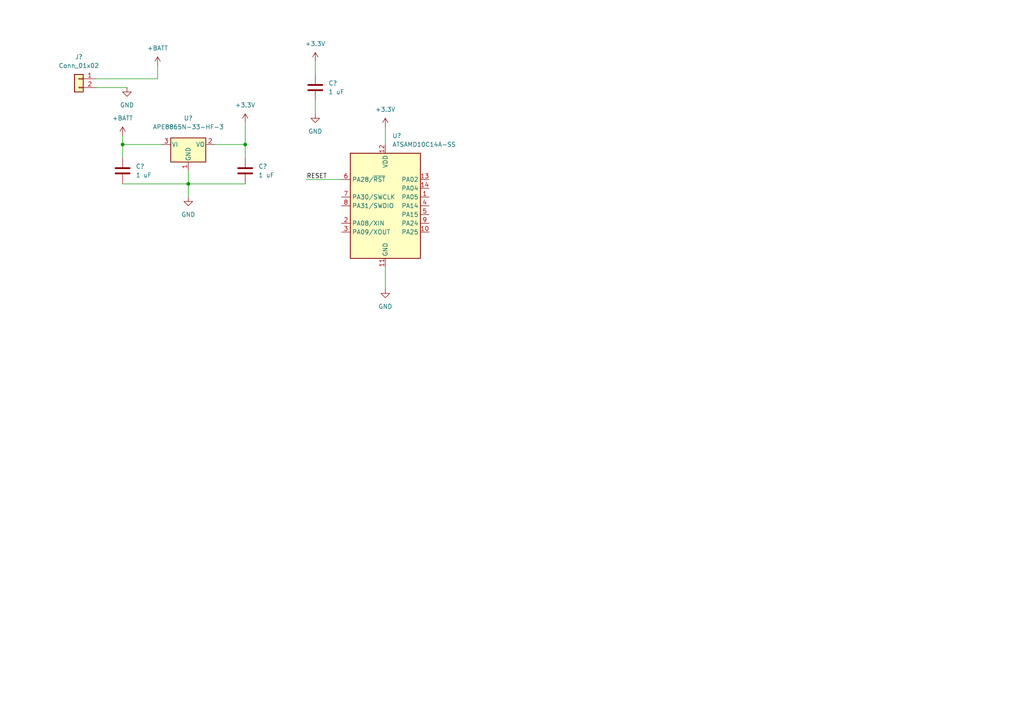
<source format=kicad_sch>
(kicad_sch (version 20211123) (generator eeschema)
  (paper "A4")
  (lib_symbols
    (symbol "Connector_Generic:Conn_01x02" (pin_names (offset 1.016) hide)
      (property "Reference" "J" (at 0 2.54 0))
      (property "Value" "Conn_01x02" (at 0 -5.08 0))
      (symbol "Conn_01x02_1_1"
        (rectangle (start -1.27 -2.413) (end 0 -2.667) (stroke (width 0.1524)))
        (rectangle (start -1.27 0.127) (end 0 -0.127) (stroke (width 0.1524)))
        (rectangle (start -1.27 1.27) (end 1.27 -3.81) (stroke (width 0.254)) (fill (type background)))
        (pin passive line (at -5.08 0 0) (length 3.81) (name "Pin_1") (number "1"))
        (pin passive line (at -5.08 -2.54 0) (length 3.81) (name "Pin_2") (number "2"))
      )
    )
    (symbol "Device:C" (pin_numbers hide) (pin_names (offset 0.254))
      (property "Reference" "C" (at 0.635 2.54 0))
      (property "Value" "C" (at 0.635 -2.54 0))
      (symbol "C_0_1"
        (polyline (pts (xy -2.032 -0.762) (xy 2.032 -0.762)) (stroke (width 0.508)))
        (polyline (pts (xy -2.032 0.762) (xy 2.032 0.762)) (stroke (width 0.508)))
      )
      (symbol "C_1_1"
        (pin passive line (at 0 3.81 270) (length 2.794) (name "~") (number "1"))
        (pin passive line (at 0 -3.81 90) (length 2.794) (name "~") (number "2"))
      )
    )
    (symbol "MCU_Microchip_SAMD:ATSAMD10C14A-SS"
      (property "Reference" "U" (at -10.16 16.51 0))
      (property "Value" "ATSAMD10C14A-SS" (at 1.27 16.51 0))
      (symbol "ATSAMD10C14A-SS_0_1"
        (rectangle (start -10.16 15.24) (end 10.16 -15.24) (stroke (width 0.254)) (fill (type background)))
      )
      (symbol "ATSAMD10C14A-SS_1_1"
        (pin bidirectional line (at 12.7 2.54 180) (length 2.54) (name "PA05") (number "1"))
        (pin bidirectional line (at 12.7 -7.62 180) (length 2.54) (name "PA25") (number "10"))
        (pin power_in line (at 0 -17.78 90) (length 2.54) (name "GND") (number "11"))
        (pin power_in line (at 0 17.78 270) (length 2.54) (name "VDD") (number "12"))
        (pin bidirectional line (at 12.7 7.62 180) (length 2.54) (name "PA02") (number "13"))
        (pin bidirectional line (at 12.7 5.08 180) (length 2.54) (name "PA04") (number "14"))
        (pin bidirectional line (at -12.7 -5.08 0) (length 2.54) (name "PA08/XIN") (number "2"))
        (pin bidirectional line (at -12.7 -7.62 0) (length 2.54) (name "PA09/XOUT") (number "3"))
        (pin bidirectional line (at 12.7 0 180) (length 2.54) (name "PA14") (number "4"))
        (pin bidirectional line (at 12.7 -2.54 180) (length 2.54) (name "PA15") (number "5"))
        (pin bidirectional line (at -12.7 7.62 0) (length 2.54) (name "PA28/~{RST}") (number "6"))
        (pin bidirectional line (at -12.7 2.54 0) (length 2.54) (name "PA30/SWCLK") (number "7"))
        (pin bidirectional line (at -12.7 0 0) (length 2.54) (name "PA31/SWDIO") (number "8"))
        (pin bidirectional line (at 12.7 -5.08 180) (length 2.54) (name "PA24") (number "9"))
      )
    )
    (symbol "Regulator_Linear:APE8865N-33-HF-3" (pin_names (offset 0.254))
      (property "Reference" "U" (at -3.81 3.175 0))
      (property "Value" "APE8865N-33-HF-3" (at 0 3.175 0))
      (symbol "APE8865N-33-HF-3_0_1"
        (rectangle (start -5.08 1.905) (end 5.08 -5.08) (stroke (width 0.254)) (fill (type background)))
      )
      (symbol "APE8865N-33-HF-3_1_1"
        (pin power_in line (at 0 -7.62 90) (length 2.54) (name "GND") (number "1"))
        (pin power_out line (at 7.62 0 180) (length 2.54) (name "VO") (number "2"))
        (pin power_in line (at -7.62 0 0) (length 2.54) (name "VI") (number "3"))
      )
    )
    (symbol "power:+3.3V" (power) (pin_names (offset 0))
      (property "Value" "+3.3V" (at 0 3.556 0))
      (symbol "+3.3V_0_1"
        (polyline (pts (xy -0.762 1.27) (xy 0 2.54)))
        (polyline (pts (xy 0 0) (xy 0 2.54)))
        (polyline (pts (xy 0 2.54) (xy 0.762 1.27)))
      )
      (symbol "+3.3V_1_1"
        (pin power_in line (at 0 0 90) (length 0) hide (name "+3.3V") (number "1"))
      )
    )
    (symbol "power:+BATT" (power) (pin_names (offset 0))
      (property "Value" "+BATT" (at 0 3.556 0))
      (symbol "+BATT_0_1"
        (polyline (pts (xy -0.762 1.27) (xy 0 2.54)))
        (polyline (pts (xy 0 0) (xy 0 2.54)))
        (polyline (pts (xy 0 2.54) (xy 0.762 1.27)))
      )
      (symbol "+BATT_1_1"
        (pin power_in line (at 0 0 90) (length 0) hide (name "+BATT") (number "1"))
      )
    )
    (symbol "power:GND" (power) (pin_names (offset 0))
      (property "Value" "GND" (at 0 -3.81 0))
      (symbol "GND_0_1"
        (polyline (pts (xy 0 0) (xy 0 -1.27) (xy 1.27 -1.27) (xy 0 -2.54) (xy -1.27 -1.27) (xy 0 -1.27)))
      )
      (symbol "GND_1_1"
        (pin power_in line (at 0 0 270) (length 0) hide (name "GND") (number "1"))
      )
    )
  )
  (junction (at 54.61 53.34))
  (junction (at 35.56 41.91))
  (junction (at 71.12 41.91))
  (wire (pts (xy 91.44 29.21) (xy 91.44 33.02)))
  (wire (pts (xy 111.76 36.83) (xy 111.76 41.91)))
  (wire (pts (xy 45.72 22.86) (xy 45.72 19.05)))
  (wire (pts (xy 35.56 41.91) (xy 46.99 41.91)))
  (wire (pts (xy 35.56 39.37) (xy 35.56 41.91)))
  (wire (pts (xy 88.9 52.07) (xy 99.06 52.07)))
  (wire (pts (xy 27.94 22.86) (xy 45.72 22.86)))
  (wire (pts (xy 71.12 35.56) (xy 71.12 41.91)))
  (wire (pts (xy 35.56 41.91) (xy 35.56 45.72)))
  (wire (pts (xy 111.76 77.47) (xy 111.76 83.82)))
  (wire (pts (xy 27.94 25.4) (xy 36.83 25.4)))
  (wire (pts (xy 91.44 17.78) (xy 91.44 21.59)))
  (wire (pts (xy 71.12 45.72) (xy 71.12 41.91)))
  (wire (pts (xy 35.56 53.34) (xy 54.61 53.34)))
  (wire (pts (xy 54.61 53.34) (xy 54.61 57.15)))
  (wire (pts (xy 54.61 53.34) (xy 71.12 53.34)))
  (wire (pts (xy 71.12 41.91) (xy 62.23 41.91)))
  (wire (pts (xy 54.61 49.53) (xy 54.61 53.34)))
  (label "RESET" (at 88.9 52.07 0))
  (symbol (lib_id "power:+BATT") (at 35.56 39.37 0) (unit 1)
    (property "Reference" "#PWR?" (effects hide))
    (property "Value" "+BATT" (at 35.56 34.29 0))
  )
  (symbol (lib_id "power:+3.3V") (at 91.44 17.78 0) (unit 1)
    (property "Reference" "#PWR?" (effects hide))
    (property "Value" "+3.3V" (at 91.44 12.7 0))
  )
  (symbol (lib_id "Device:C") (at 71.12 49.53 0) (unit 1)
    (property "Reference" "C?" (at 74.93 48.2599 0) (effects (justify left)))
    (property "Value" "1 uF" (at 74.93 50.7999 0) (effects (justify left)))
    (property "Footprint" "Capacitor_SMD:C_0805_2012Metric_Pad1.18x1.45mm_HandSolder" (effects hide))
  )
  (symbol (lib_id "power:+BATT") (at 45.72 19.05 0) (unit 1)
    (property "Reference" "#PWR?" (effects hide))
    (property "Value" "+BATT" (at 45.72 13.97 0))
  )
  (symbol (lib_id "Device:C") (at 35.56 49.53 0) (unit 1)
    (property "Reference" "C?" (at 39.37 48.2599 0) (effects (justify left)))
    (property "Value" "1 uF" (at 39.37 50.7999 0) (effects (justify left)))
    (property "Footprint" "Capacitor_SMD:C_0805_2012Metric_Pad1.18x1.45mm_HandSolder" (effects hide))
  )
  (symbol (lib_id "power:GND") (at 111.76 83.82 0) (unit 1)
    (property "Reference" "#PWR?" (effects hide))
    (property "Value" "GND" (at 111.76 88.9 0))
  )
  (symbol (lib_id "power:+3.3V") (at 111.76 36.83 0) (unit 1)
    (property "Reference" "#PWR?" (effects hide))
    (property "Value" "+3.3V" (at 111.76 31.75 0))
  )
  (symbol (lib_id "Device:C") (at 91.44 25.4 0) (unit 1)
    (property "Reference" "C?" (at 95.25 24.1299 0) (effects (justify left)))
    (property "Value" "1 uF" (at 95.25 26.6699 0) (effects (justify left)))
    (property "Footprint" "Capacitor_SMD:C_0805_2012Metric_Pad1.18x1.45mm_HandSolder" (effects hide))
  )
  (symbol (lib_id "power:GND") (at 54.61 57.15 0) (unit 1)
    (property "Reference" "#PWR?" (effects hide))
    (property "Value" "GND" (at 54.61 62.23 0))
  )
  (symbol (lib_id "power:+3.3V") (at 71.12 35.56 0) (unit 1)
    (property "Reference" "#PWR?" (effects hide))
    (property "Value" "+3.3V" (at 71.12 30.48 0))
  )
  (symbol (lib_id "MCU_Microchip_SAMD:ATSAMD10C14A-SS") (at 111.76 59.69 0) (unit 1)
    (property "Reference" "U?" (at 113.7794 39.37 0) (effects (justify left)))
    (property "Value" "ATSAMD10C14A-SS" (at 113.7794 41.91 0) (effects (justify left)))
    (property "Footprint" "Package_SO:SOIC-14_3.9x8.7mm_P1.27mm" (effects hide))
    (property "Datasheet" "http://ww1.microchip.com/downloads/en/DeviceDoc/Atmel-42242-SAM-D10_Datasheet.pdf" (effects hide))
  )
  (symbol (lib_id "power:GND") (at 36.83 25.4 0) (unit 1)
    (property "Reference" "#PWR?" (effects hide))
    (property "Value" "GND" (at 36.83 30.48 0))
  )
  (symbol (lib_id "Regulator_Linear:APE8865N-33-HF-3") (at 54.61 41.91 0) (unit 1)
    (property "Reference" "U?" (at 54.61 34.29 0))
    (property "Value" "APE8865N-33-HF-3" (at 54.61 36.83 0))
    (property "Footprint" "Package_TO_SOT_SMD:SOT-23" (effects hide))
    (property "Datasheet" "http://www.tme.eu/fr/Document/ced3461ed31ea70a3c416fb648e0cde7/APE8865-3.pdf" (effects hide))
  )
  (symbol (lib_id "Connector_Generic:Conn_01x02") (at 22.86 22.86 0) (mirror y) (unit 1)
    (property "Reference" "J?" (at 22.86 16.51 0))
    (property "Value" "Conn_01x02" (at 22.86 19.05 0))
    (property "Footprint" "Connector_JST:JST_PH_S2B-PH-K_1x02_P2.00mm_Horizontal" (effects hide))
  )
  (symbol (lib_id "power:GND") (at 91.44 33.02 0) (unit 1)
    (property "Reference" "#PWR?" (effects hide))
    (property "Value" "GND" (at 91.44 38.1 0))
  )
)
</source>
